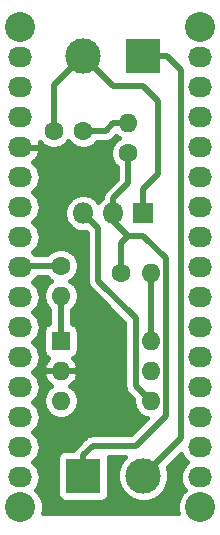
<source format=gbr>
G04 #@! TF.GenerationSoftware,KiCad,Pcbnew,(5.1.5)-3*
G04 #@! TF.CreationDate,2020-04-12T12:52:20+02:00*
G04 #@! TF.ProjectId,NanoIrrigator,4e616e6f-4972-4726-9967-61746f722e6b,0.1*
G04 #@! TF.SameCoordinates,Original*
G04 #@! TF.FileFunction,Copper,L2,Bot*
G04 #@! TF.FilePolarity,Positive*
%FSLAX46Y46*%
G04 Gerber Fmt 4.6, Leading zero omitted, Abs format (unit mm)*
G04 Created by KiCad (PCBNEW (5.1.5)-3) date 2020-04-12 12:52:20*
%MOMM*%
%LPD*%
G04 APERTURE LIST*
%ADD10O,1.800000X1.800000*%
%ADD11R,1.800000X1.800000*%
%ADD12O,1.600000X1.600000*%
%ADD13R,1.600000X1.600000*%
%ADD14C,1.600000*%
%ADD15O,2.032000X1.727200*%
%ADD16C,2.540000*%
%ADD17C,3.000000*%
%ADD18R,3.000000X3.000000*%
%ADD19C,0.500000*%
%ADD20C,0.400000*%
G04 APERTURE END LIST*
D10*
X144780000Y-84455000D03*
X147320000Y-84455000D03*
D11*
X149860000Y-84455000D03*
D12*
X150495000Y-95250000D03*
X142875000Y-100330000D03*
X150495000Y-97790000D03*
X142875000Y-97790000D03*
X150495000Y-100330000D03*
D13*
X142875000Y-95250000D03*
D14*
X148590000Y-79375000D03*
D12*
X148590000Y-76835000D03*
D14*
X147955000Y-89535000D03*
D12*
X150495000Y-89535000D03*
D14*
X142875000Y-88900000D03*
D12*
X142875000Y-91440000D03*
D15*
X139446000Y-71247000D03*
X139446000Y-73787000D03*
X139446000Y-76327000D03*
X139446000Y-78867000D03*
X139446000Y-81407000D03*
X139446000Y-83947000D03*
X139446000Y-86487000D03*
X139446000Y-89027000D03*
X139446000Y-91567000D03*
X139446000Y-94107000D03*
X139446000Y-96647000D03*
X139446000Y-99187000D03*
X139446000Y-101727000D03*
X139446000Y-104267000D03*
X139446000Y-106807000D03*
X154686000Y-71247000D03*
X154686000Y-73787000D03*
X154686000Y-76327000D03*
X154686000Y-78867000D03*
X154686000Y-81407000D03*
X154686000Y-83947000D03*
X154686000Y-86487000D03*
X154686000Y-89027000D03*
X154686000Y-91567000D03*
X154686000Y-94107000D03*
X154686000Y-96647000D03*
X154686000Y-99187000D03*
X154686000Y-101727000D03*
X154686000Y-104267000D03*
X154686000Y-106807000D03*
D16*
X139446000Y-68707000D03*
X139446000Y-109347000D03*
X154686000Y-109347000D03*
X154686000Y-68707000D03*
D14*
X142280000Y-77470000D03*
X144780000Y-77470000D03*
D17*
X149860000Y-106680000D03*
D18*
X144780000Y-106680000D03*
X149860000Y-71120000D03*
D17*
X144780000Y-71120000D03*
D19*
X142240000Y-88900000D02*
X139573000Y-88900000D01*
X142280000Y-73620000D02*
X144780000Y-71120000D01*
X142280000Y-77470000D02*
X142280000Y-73620000D01*
X149860000Y-82420000D02*
X151130000Y-81150000D01*
X149860000Y-83820000D02*
X149860000Y-82420000D01*
X147320000Y-73660000D02*
X144780000Y-71120000D01*
X151130000Y-74930000D02*
X149860000Y-73660000D01*
X151130000Y-81150000D02*
X151130000Y-74930000D01*
X149860000Y-73660000D02*
X147320000Y-73660000D01*
X144780000Y-77470000D02*
X146685000Y-77470000D01*
X147320000Y-76835000D02*
X148590000Y-76835000D01*
X146685000Y-77470000D02*
X147320000Y-76835000D01*
X146050000Y-85725000D02*
X144780000Y-84455000D01*
X146050000Y-90170000D02*
X146050000Y-85725000D01*
X150495000Y-100330000D02*
X149225000Y-99060000D01*
X149225000Y-93345000D02*
X146050000Y-90170000D01*
X149225000Y-99060000D02*
X149225000Y-93345000D01*
X147955000Y-86995000D02*
X147955000Y-89535000D01*
X148590000Y-86360000D02*
X147955000Y-86995000D01*
X144780000Y-104930000D02*
X144780000Y-106680000D01*
X145570000Y-104140000D02*
X144780000Y-104930000D01*
X149860000Y-86360000D02*
X151765000Y-88265000D01*
X148590000Y-86360000D02*
X149860000Y-86360000D01*
X151765000Y-88265000D02*
X151765000Y-101600000D01*
X151765000Y-101600000D02*
X149225000Y-104140000D01*
X149225000Y-104140000D02*
X145570000Y-104140000D01*
X148590000Y-86360000D02*
X147320000Y-85090000D01*
X148590000Y-79375000D02*
X148590000Y-81915000D01*
X147320000Y-83185000D02*
X147320000Y-84455000D01*
X148590000Y-81915000D02*
X147320000Y-83185000D01*
X142875000Y-95250000D02*
X142875000Y-91440000D01*
X150495000Y-92075000D02*
X150495000Y-89535000D01*
X150495000Y-95250000D02*
X150495000Y-92075000D01*
X151359999Y-105180001D02*
X149860000Y-106680000D01*
X153035000Y-103505000D02*
X151359999Y-105180001D01*
X153035000Y-72295000D02*
X153035000Y-103505000D01*
X149860000Y-71120000D02*
X151860000Y-71120000D01*
X151860000Y-71120000D02*
X153035000Y-72295000D01*
D20*
G36*
X147628706Y-78006340D02*
G01*
X147776360Y-78105000D01*
X147628706Y-78203660D01*
X147418660Y-78413706D01*
X147253627Y-78660694D01*
X147139951Y-78935132D01*
X147082000Y-79226475D01*
X147082000Y-79523525D01*
X147139951Y-79814868D01*
X147253627Y-80089306D01*
X147418660Y-80336294D01*
X147628706Y-80546340D01*
X147632000Y-80548541D01*
X147632001Y-81518183D01*
X146675873Y-82474311D01*
X146639314Y-82504314D01*
X146519598Y-82650189D01*
X146430641Y-82816617D01*
X146406036Y-82897729D01*
X146375862Y-82997199D01*
X146359549Y-83162828D01*
X146294960Y-83205985D01*
X146070985Y-83429960D01*
X146050000Y-83461366D01*
X146029015Y-83429960D01*
X145805040Y-83205985D01*
X145541673Y-83030009D01*
X145249036Y-82908795D01*
X144938374Y-82847000D01*
X144621626Y-82847000D01*
X144310964Y-82908795D01*
X144018327Y-83030009D01*
X143754960Y-83205985D01*
X143530985Y-83429960D01*
X143355009Y-83693327D01*
X143233795Y-83985964D01*
X143172000Y-84296626D01*
X143172000Y-84613374D01*
X143233795Y-84924036D01*
X143355009Y-85216673D01*
X143530985Y-85480040D01*
X143754960Y-85704015D01*
X144018327Y-85879991D01*
X144310964Y-86001205D01*
X144621626Y-86063000D01*
X144938374Y-86063000D01*
X145017454Y-86047270D01*
X145092001Y-86121817D01*
X145092000Y-90122940D01*
X145087365Y-90170000D01*
X145105862Y-90357800D01*
X145160641Y-90538383D01*
X145249598Y-90704811D01*
X145369314Y-90850686D01*
X145405873Y-90880689D01*
X148267001Y-93741817D01*
X148267000Y-99012940D01*
X148262365Y-99060000D01*
X148280862Y-99247800D01*
X148335641Y-99428383D01*
X148424598Y-99594811D01*
X148544314Y-99740686D01*
X148580873Y-99770689D01*
X148987773Y-100177589D01*
X148987000Y-100181475D01*
X148987000Y-100478525D01*
X149044951Y-100769868D01*
X149158627Y-101044306D01*
X149323660Y-101291294D01*
X149533706Y-101501340D01*
X149780694Y-101666373D01*
X150055132Y-101780049D01*
X150201100Y-101809084D01*
X148828184Y-103182000D01*
X145617059Y-103182000D01*
X145570000Y-103177365D01*
X145382199Y-103195862D01*
X145201616Y-103250641D01*
X145035189Y-103339598D01*
X144889314Y-103459314D01*
X144859315Y-103495868D01*
X144135873Y-104219311D01*
X144099314Y-104249314D01*
X143979598Y-104395189D01*
X143940373Y-104468575D01*
X143280000Y-104468575D01*
X143141208Y-104482245D01*
X143007749Y-104522729D01*
X142884753Y-104588472D01*
X142776947Y-104676947D01*
X142688472Y-104784753D01*
X142622729Y-104907749D01*
X142582245Y-105041208D01*
X142568575Y-105180000D01*
X142568575Y-108180000D01*
X142582245Y-108318792D01*
X142622729Y-108452251D01*
X142688472Y-108575247D01*
X142776947Y-108683053D01*
X142884753Y-108771528D01*
X143007749Y-108837271D01*
X143141208Y-108877755D01*
X143280000Y-108891425D01*
X146280000Y-108891425D01*
X146418792Y-108877755D01*
X146552251Y-108837271D01*
X146675247Y-108771528D01*
X146783053Y-108683053D01*
X146871528Y-108575247D01*
X146937271Y-108452251D01*
X146977755Y-108318792D01*
X146991425Y-108180000D01*
X146991425Y-105180000D01*
X146983349Y-105098000D01*
X148319416Y-105098000D01*
X148144934Y-105272482D01*
X147903295Y-105634120D01*
X147736852Y-106035950D01*
X147652000Y-106462531D01*
X147652000Y-106897469D01*
X147736852Y-107324050D01*
X147903295Y-107725880D01*
X148144934Y-108087518D01*
X148452482Y-108395066D01*
X148814120Y-108636705D01*
X149215950Y-108803148D01*
X149642531Y-108888000D01*
X150077469Y-108888000D01*
X150504050Y-108803148D01*
X150905880Y-108636705D01*
X151267518Y-108395066D01*
X151575066Y-108087518D01*
X151816705Y-107725880D01*
X151983148Y-107324050D01*
X152068000Y-106897469D01*
X152068000Y-106462531D01*
X151983148Y-106035950D01*
X151946747Y-105948070D01*
X152070683Y-105824134D01*
X152070688Y-105824128D01*
X153062707Y-104832109D01*
X153074606Y-104871335D01*
X153220540Y-105144359D01*
X153416934Y-105383666D01*
X153603772Y-105537000D01*
X153416934Y-105690334D01*
X153220540Y-105929641D01*
X153074606Y-106202665D01*
X152984740Y-106498913D01*
X152954396Y-106807000D01*
X152984740Y-107115087D01*
X153074606Y-107411335D01*
X153220540Y-107684359D01*
X153369643Y-107866042D01*
X153149587Y-108086098D01*
X152933119Y-108410066D01*
X152784013Y-108770039D01*
X152708000Y-109152184D01*
X152708000Y-109541816D01*
X152771092Y-109859000D01*
X141360908Y-109859000D01*
X141424000Y-109541816D01*
X141424000Y-109152184D01*
X141347987Y-108770039D01*
X141198881Y-108410066D01*
X140982413Y-108086098D01*
X140762357Y-107866042D01*
X140911460Y-107684359D01*
X141057394Y-107411335D01*
X141147260Y-107115087D01*
X141177604Y-106807000D01*
X141147260Y-106498913D01*
X141057394Y-106202665D01*
X140911460Y-105929641D01*
X140715066Y-105690334D01*
X140528228Y-105537000D01*
X140715066Y-105383666D01*
X140911460Y-105144359D01*
X141057394Y-104871335D01*
X141147260Y-104575087D01*
X141177604Y-104267000D01*
X141147260Y-103958913D01*
X141057394Y-103662665D01*
X140911460Y-103389641D01*
X140715066Y-103150334D01*
X140528228Y-102997000D01*
X140715066Y-102843666D01*
X140911460Y-102604359D01*
X141057394Y-102331335D01*
X141147260Y-102035087D01*
X141177604Y-101727000D01*
X141147260Y-101418913D01*
X141057394Y-101122665D01*
X140911460Y-100849641D01*
X140715066Y-100610334D01*
X140528228Y-100457000D01*
X140715066Y-100303666D01*
X140815345Y-100181475D01*
X141367000Y-100181475D01*
X141367000Y-100478525D01*
X141424951Y-100769868D01*
X141538627Y-101044306D01*
X141703660Y-101291294D01*
X141913706Y-101501340D01*
X142160694Y-101666373D01*
X142435132Y-101780049D01*
X142726475Y-101838000D01*
X143023525Y-101838000D01*
X143314868Y-101780049D01*
X143589306Y-101666373D01*
X143836294Y-101501340D01*
X144046340Y-101291294D01*
X144211373Y-101044306D01*
X144325049Y-100769868D01*
X144383000Y-100478525D01*
X144383000Y-100181475D01*
X144325049Y-99890132D01*
X144211373Y-99615694D01*
X144046340Y-99368706D01*
X143836294Y-99158660D01*
X143686347Y-99058468D01*
X143708465Y-99046744D01*
X143937629Y-98859995D01*
X144125957Y-98632127D01*
X144266211Y-98371896D01*
X144353002Y-98089303D01*
X144355031Y-98079087D01*
X144204904Y-97844000D01*
X142929000Y-97844000D01*
X142929000Y-97864000D01*
X142821000Y-97864000D01*
X142821000Y-97844000D01*
X141545096Y-97844000D01*
X141394969Y-98079087D01*
X141396998Y-98089303D01*
X141483789Y-98371896D01*
X141624043Y-98632127D01*
X141812371Y-98859995D01*
X142041535Y-99046744D01*
X142063653Y-99058468D01*
X141913706Y-99158660D01*
X141703660Y-99368706D01*
X141538627Y-99615694D01*
X141424951Y-99890132D01*
X141367000Y-100181475D01*
X140815345Y-100181475D01*
X140911460Y-100064359D01*
X141057394Y-99791335D01*
X141147260Y-99495087D01*
X141177604Y-99187000D01*
X141147260Y-98878913D01*
X141057394Y-98582665D01*
X140911460Y-98309641D01*
X140715066Y-98070334D01*
X140528228Y-97917000D01*
X140715066Y-97763666D01*
X140911460Y-97524359D01*
X141057394Y-97251335D01*
X141147260Y-96955087D01*
X141177604Y-96647000D01*
X141147260Y-96338913D01*
X141057394Y-96042665D01*
X140911460Y-95769641D01*
X140715066Y-95530334D01*
X140528228Y-95377000D01*
X140715066Y-95223666D01*
X140911460Y-94984359D01*
X141057394Y-94711335D01*
X141147260Y-94415087D01*
X141177604Y-94107000D01*
X141147260Y-93798913D01*
X141057394Y-93502665D01*
X140911460Y-93229641D01*
X140715066Y-92990334D01*
X140528228Y-92837000D01*
X140715066Y-92683666D01*
X140911460Y-92444359D01*
X141057394Y-92171335D01*
X141147260Y-91875087D01*
X141177604Y-91567000D01*
X141147260Y-91258913D01*
X141057394Y-90962665D01*
X140911460Y-90689641D01*
X140715066Y-90450334D01*
X140528228Y-90297000D01*
X140715066Y-90143666D01*
X140911460Y-89904359D01*
X140936239Y-89858000D01*
X141701459Y-89858000D01*
X141703660Y-89861294D01*
X141913706Y-90071340D01*
X142061360Y-90170000D01*
X141913706Y-90268660D01*
X141703660Y-90478706D01*
X141538627Y-90725694D01*
X141424951Y-91000132D01*
X141367000Y-91291475D01*
X141367000Y-91588525D01*
X141424951Y-91879868D01*
X141538627Y-92154306D01*
X141703660Y-92401294D01*
X141913706Y-92611340D01*
X141917001Y-92613541D01*
X141917000Y-93758072D01*
X141802749Y-93792729D01*
X141679753Y-93858472D01*
X141571947Y-93946947D01*
X141483472Y-94054753D01*
X141417729Y-94177749D01*
X141377245Y-94311208D01*
X141363575Y-94450000D01*
X141363575Y-96050000D01*
X141377245Y-96188792D01*
X141417729Y-96322251D01*
X141483472Y-96445247D01*
X141571947Y-96553053D01*
X141679753Y-96641528D01*
X141802749Y-96707271D01*
X141821148Y-96712852D01*
X141812371Y-96720005D01*
X141624043Y-96947873D01*
X141483789Y-97208104D01*
X141396998Y-97490697D01*
X141394969Y-97500913D01*
X141545096Y-97736000D01*
X142821000Y-97736000D01*
X142821000Y-97716000D01*
X142929000Y-97716000D01*
X142929000Y-97736000D01*
X144204904Y-97736000D01*
X144355031Y-97500913D01*
X144353002Y-97490697D01*
X144266211Y-97208104D01*
X144125957Y-96947873D01*
X143937629Y-96720005D01*
X143928852Y-96712852D01*
X143947251Y-96707271D01*
X144070247Y-96641528D01*
X144178053Y-96553053D01*
X144266528Y-96445247D01*
X144332271Y-96322251D01*
X144372755Y-96188792D01*
X144386425Y-96050000D01*
X144386425Y-94450000D01*
X144372755Y-94311208D01*
X144332271Y-94177749D01*
X144266528Y-94054753D01*
X144178053Y-93946947D01*
X144070247Y-93858472D01*
X143947251Y-93792729D01*
X143833000Y-93758072D01*
X143833000Y-92613541D01*
X143836294Y-92611340D01*
X144046340Y-92401294D01*
X144211373Y-92154306D01*
X144325049Y-91879868D01*
X144383000Y-91588525D01*
X144383000Y-91291475D01*
X144325049Y-91000132D01*
X144211373Y-90725694D01*
X144046340Y-90478706D01*
X143836294Y-90268660D01*
X143688640Y-90170000D01*
X143836294Y-90071340D01*
X144046340Y-89861294D01*
X144211373Y-89614306D01*
X144325049Y-89339868D01*
X144383000Y-89048525D01*
X144383000Y-88751475D01*
X144325049Y-88460132D01*
X144211373Y-88185694D01*
X144046340Y-87938706D01*
X143836294Y-87728660D01*
X143589306Y-87563627D01*
X143314868Y-87449951D01*
X143023525Y-87392000D01*
X142726475Y-87392000D01*
X142435132Y-87449951D01*
X142160694Y-87563627D01*
X141913706Y-87728660D01*
X141703660Y-87938706D01*
X141701459Y-87942000D01*
X140741054Y-87942000D01*
X140715066Y-87910334D01*
X140528228Y-87757000D01*
X140715066Y-87603666D01*
X140911460Y-87364359D01*
X141057394Y-87091335D01*
X141147260Y-86795087D01*
X141177604Y-86487000D01*
X141147260Y-86178913D01*
X141057394Y-85882665D01*
X140911460Y-85609641D01*
X140715066Y-85370334D01*
X140528228Y-85217000D01*
X140715066Y-85063666D01*
X140911460Y-84824359D01*
X141057394Y-84551335D01*
X141147260Y-84255087D01*
X141177604Y-83947000D01*
X141147260Y-83638913D01*
X141057394Y-83342665D01*
X140911460Y-83069641D01*
X140715066Y-82830334D01*
X140528228Y-82677000D01*
X140715066Y-82523666D01*
X140911460Y-82284359D01*
X141057394Y-82011335D01*
X141147260Y-81715087D01*
X141177604Y-81407000D01*
X141147260Y-81098913D01*
X141057394Y-80802665D01*
X140911460Y-80529641D01*
X140715066Y-80290334D01*
X140526087Y-80135243D01*
X140747872Y-79940106D01*
X140935138Y-79695236D01*
X141071034Y-79418537D01*
X141141287Y-79166042D01*
X140991954Y-78921000D01*
X139500000Y-78921000D01*
X139500000Y-78941000D01*
X139392000Y-78941000D01*
X139392000Y-78921000D01*
X139372000Y-78921000D01*
X139372000Y-78813000D01*
X139392000Y-78813000D01*
X139392000Y-78793000D01*
X139500000Y-78793000D01*
X139500000Y-78813000D01*
X140991954Y-78813000D01*
X141141287Y-78567958D01*
X141099411Y-78417452D01*
X141108660Y-78431294D01*
X141318706Y-78641340D01*
X141565694Y-78806373D01*
X141840132Y-78920049D01*
X142131475Y-78978000D01*
X142428525Y-78978000D01*
X142719868Y-78920049D01*
X142994306Y-78806373D01*
X143241294Y-78641340D01*
X143451340Y-78431294D01*
X143530000Y-78313572D01*
X143608660Y-78431294D01*
X143818706Y-78641340D01*
X144065694Y-78806373D01*
X144340132Y-78920049D01*
X144631475Y-78978000D01*
X144928525Y-78978000D01*
X145219868Y-78920049D01*
X145494306Y-78806373D01*
X145741294Y-78641340D01*
X145951340Y-78431294D01*
X145953541Y-78428000D01*
X146637941Y-78428000D01*
X146685000Y-78432635D01*
X146732059Y-78428000D01*
X146872801Y-78414138D01*
X147053384Y-78359359D01*
X147219811Y-78270402D01*
X147365686Y-78150686D01*
X147395689Y-78114127D01*
X147566091Y-77943725D01*
X147628706Y-78006340D01*
G37*
X147628706Y-78006340D02*
X147776360Y-78105000D01*
X147628706Y-78203660D01*
X147418660Y-78413706D01*
X147253627Y-78660694D01*
X147139951Y-78935132D01*
X147082000Y-79226475D01*
X147082000Y-79523525D01*
X147139951Y-79814868D01*
X147253627Y-80089306D01*
X147418660Y-80336294D01*
X147628706Y-80546340D01*
X147632000Y-80548541D01*
X147632001Y-81518183D01*
X146675873Y-82474311D01*
X146639314Y-82504314D01*
X146519598Y-82650189D01*
X146430641Y-82816617D01*
X146406036Y-82897729D01*
X146375862Y-82997199D01*
X146359549Y-83162828D01*
X146294960Y-83205985D01*
X146070985Y-83429960D01*
X146050000Y-83461366D01*
X146029015Y-83429960D01*
X145805040Y-83205985D01*
X145541673Y-83030009D01*
X145249036Y-82908795D01*
X144938374Y-82847000D01*
X144621626Y-82847000D01*
X144310964Y-82908795D01*
X144018327Y-83030009D01*
X143754960Y-83205985D01*
X143530985Y-83429960D01*
X143355009Y-83693327D01*
X143233795Y-83985964D01*
X143172000Y-84296626D01*
X143172000Y-84613374D01*
X143233795Y-84924036D01*
X143355009Y-85216673D01*
X143530985Y-85480040D01*
X143754960Y-85704015D01*
X144018327Y-85879991D01*
X144310964Y-86001205D01*
X144621626Y-86063000D01*
X144938374Y-86063000D01*
X145017454Y-86047270D01*
X145092001Y-86121817D01*
X145092000Y-90122940D01*
X145087365Y-90170000D01*
X145105862Y-90357800D01*
X145160641Y-90538383D01*
X145249598Y-90704811D01*
X145369314Y-90850686D01*
X145405873Y-90880689D01*
X148267001Y-93741817D01*
X148267000Y-99012940D01*
X148262365Y-99060000D01*
X148280862Y-99247800D01*
X148335641Y-99428383D01*
X148424598Y-99594811D01*
X148544314Y-99740686D01*
X148580873Y-99770689D01*
X148987773Y-100177589D01*
X148987000Y-100181475D01*
X148987000Y-100478525D01*
X149044951Y-100769868D01*
X149158627Y-101044306D01*
X149323660Y-101291294D01*
X149533706Y-101501340D01*
X149780694Y-101666373D01*
X150055132Y-101780049D01*
X150201100Y-101809084D01*
X148828184Y-103182000D01*
X145617059Y-103182000D01*
X145570000Y-103177365D01*
X145382199Y-103195862D01*
X145201616Y-103250641D01*
X145035189Y-103339598D01*
X144889314Y-103459314D01*
X144859315Y-103495868D01*
X144135873Y-104219311D01*
X144099314Y-104249314D01*
X143979598Y-104395189D01*
X143940373Y-104468575D01*
X143280000Y-104468575D01*
X143141208Y-104482245D01*
X143007749Y-104522729D01*
X142884753Y-104588472D01*
X142776947Y-104676947D01*
X142688472Y-104784753D01*
X142622729Y-104907749D01*
X142582245Y-105041208D01*
X142568575Y-105180000D01*
X142568575Y-108180000D01*
X142582245Y-108318792D01*
X142622729Y-108452251D01*
X142688472Y-108575247D01*
X142776947Y-108683053D01*
X142884753Y-108771528D01*
X143007749Y-108837271D01*
X143141208Y-108877755D01*
X143280000Y-108891425D01*
X146280000Y-108891425D01*
X146418792Y-108877755D01*
X146552251Y-108837271D01*
X146675247Y-108771528D01*
X146783053Y-108683053D01*
X146871528Y-108575247D01*
X146937271Y-108452251D01*
X146977755Y-108318792D01*
X146991425Y-108180000D01*
X146991425Y-105180000D01*
X146983349Y-105098000D01*
X148319416Y-105098000D01*
X148144934Y-105272482D01*
X147903295Y-105634120D01*
X147736852Y-106035950D01*
X147652000Y-106462531D01*
X147652000Y-106897469D01*
X147736852Y-107324050D01*
X147903295Y-107725880D01*
X148144934Y-108087518D01*
X148452482Y-108395066D01*
X148814120Y-108636705D01*
X149215950Y-108803148D01*
X149642531Y-108888000D01*
X150077469Y-108888000D01*
X150504050Y-108803148D01*
X150905880Y-108636705D01*
X151267518Y-108395066D01*
X151575066Y-108087518D01*
X151816705Y-107725880D01*
X151983148Y-107324050D01*
X152068000Y-106897469D01*
X152068000Y-106462531D01*
X151983148Y-106035950D01*
X151946747Y-105948070D01*
X152070683Y-105824134D01*
X152070688Y-105824128D01*
X153062707Y-104832109D01*
X153074606Y-104871335D01*
X153220540Y-105144359D01*
X153416934Y-105383666D01*
X153603772Y-105537000D01*
X153416934Y-105690334D01*
X153220540Y-105929641D01*
X153074606Y-106202665D01*
X152984740Y-106498913D01*
X152954396Y-106807000D01*
X152984740Y-107115087D01*
X153074606Y-107411335D01*
X153220540Y-107684359D01*
X153369643Y-107866042D01*
X153149587Y-108086098D01*
X152933119Y-108410066D01*
X152784013Y-108770039D01*
X152708000Y-109152184D01*
X152708000Y-109541816D01*
X152771092Y-109859000D01*
X141360908Y-109859000D01*
X141424000Y-109541816D01*
X141424000Y-109152184D01*
X141347987Y-108770039D01*
X141198881Y-108410066D01*
X140982413Y-108086098D01*
X140762357Y-107866042D01*
X140911460Y-107684359D01*
X141057394Y-107411335D01*
X141147260Y-107115087D01*
X141177604Y-106807000D01*
X141147260Y-106498913D01*
X141057394Y-106202665D01*
X140911460Y-105929641D01*
X140715066Y-105690334D01*
X140528228Y-105537000D01*
X140715066Y-105383666D01*
X140911460Y-105144359D01*
X141057394Y-104871335D01*
X141147260Y-104575087D01*
X141177604Y-104267000D01*
X141147260Y-103958913D01*
X141057394Y-103662665D01*
X140911460Y-103389641D01*
X140715066Y-103150334D01*
X140528228Y-102997000D01*
X140715066Y-102843666D01*
X140911460Y-102604359D01*
X141057394Y-102331335D01*
X141147260Y-102035087D01*
X141177604Y-101727000D01*
X141147260Y-101418913D01*
X141057394Y-101122665D01*
X140911460Y-100849641D01*
X140715066Y-100610334D01*
X140528228Y-100457000D01*
X140715066Y-100303666D01*
X140815345Y-100181475D01*
X141367000Y-100181475D01*
X141367000Y-100478525D01*
X141424951Y-100769868D01*
X141538627Y-101044306D01*
X141703660Y-101291294D01*
X141913706Y-101501340D01*
X142160694Y-101666373D01*
X142435132Y-101780049D01*
X142726475Y-101838000D01*
X143023525Y-101838000D01*
X143314868Y-101780049D01*
X143589306Y-101666373D01*
X143836294Y-101501340D01*
X144046340Y-101291294D01*
X144211373Y-101044306D01*
X144325049Y-100769868D01*
X144383000Y-100478525D01*
X144383000Y-100181475D01*
X144325049Y-99890132D01*
X144211373Y-99615694D01*
X144046340Y-99368706D01*
X143836294Y-99158660D01*
X143686347Y-99058468D01*
X143708465Y-99046744D01*
X143937629Y-98859995D01*
X144125957Y-98632127D01*
X144266211Y-98371896D01*
X144353002Y-98089303D01*
X144355031Y-98079087D01*
X144204904Y-97844000D01*
X142929000Y-97844000D01*
X142929000Y-97864000D01*
X142821000Y-97864000D01*
X142821000Y-97844000D01*
X141545096Y-97844000D01*
X141394969Y-98079087D01*
X141396998Y-98089303D01*
X141483789Y-98371896D01*
X141624043Y-98632127D01*
X141812371Y-98859995D01*
X142041535Y-99046744D01*
X142063653Y-99058468D01*
X141913706Y-99158660D01*
X141703660Y-99368706D01*
X141538627Y-99615694D01*
X141424951Y-99890132D01*
X141367000Y-100181475D01*
X140815345Y-100181475D01*
X140911460Y-100064359D01*
X141057394Y-99791335D01*
X141147260Y-99495087D01*
X141177604Y-99187000D01*
X141147260Y-98878913D01*
X141057394Y-98582665D01*
X140911460Y-98309641D01*
X140715066Y-98070334D01*
X140528228Y-97917000D01*
X140715066Y-97763666D01*
X140911460Y-97524359D01*
X141057394Y-97251335D01*
X141147260Y-96955087D01*
X141177604Y-96647000D01*
X141147260Y-96338913D01*
X141057394Y-96042665D01*
X140911460Y-95769641D01*
X140715066Y-95530334D01*
X140528228Y-95377000D01*
X140715066Y-95223666D01*
X140911460Y-94984359D01*
X141057394Y-94711335D01*
X141147260Y-94415087D01*
X141177604Y-94107000D01*
X141147260Y-93798913D01*
X141057394Y-93502665D01*
X140911460Y-93229641D01*
X140715066Y-92990334D01*
X140528228Y-92837000D01*
X140715066Y-92683666D01*
X140911460Y-92444359D01*
X141057394Y-92171335D01*
X141147260Y-91875087D01*
X141177604Y-91567000D01*
X141147260Y-91258913D01*
X141057394Y-90962665D01*
X140911460Y-90689641D01*
X140715066Y-90450334D01*
X140528228Y-90297000D01*
X140715066Y-90143666D01*
X140911460Y-89904359D01*
X140936239Y-89858000D01*
X141701459Y-89858000D01*
X141703660Y-89861294D01*
X141913706Y-90071340D01*
X142061360Y-90170000D01*
X141913706Y-90268660D01*
X141703660Y-90478706D01*
X141538627Y-90725694D01*
X141424951Y-91000132D01*
X141367000Y-91291475D01*
X141367000Y-91588525D01*
X141424951Y-91879868D01*
X141538627Y-92154306D01*
X141703660Y-92401294D01*
X141913706Y-92611340D01*
X141917001Y-92613541D01*
X141917000Y-93758072D01*
X141802749Y-93792729D01*
X141679753Y-93858472D01*
X141571947Y-93946947D01*
X141483472Y-94054753D01*
X141417729Y-94177749D01*
X141377245Y-94311208D01*
X141363575Y-94450000D01*
X141363575Y-96050000D01*
X141377245Y-96188792D01*
X141417729Y-96322251D01*
X141483472Y-96445247D01*
X141571947Y-96553053D01*
X141679753Y-96641528D01*
X141802749Y-96707271D01*
X141821148Y-96712852D01*
X141812371Y-96720005D01*
X141624043Y-96947873D01*
X141483789Y-97208104D01*
X141396998Y-97490697D01*
X141394969Y-97500913D01*
X141545096Y-97736000D01*
X142821000Y-97736000D01*
X142821000Y-97716000D01*
X142929000Y-97716000D01*
X142929000Y-97736000D01*
X144204904Y-97736000D01*
X144355031Y-97500913D01*
X144353002Y-97490697D01*
X144266211Y-97208104D01*
X144125957Y-96947873D01*
X143937629Y-96720005D01*
X143928852Y-96712852D01*
X143947251Y-96707271D01*
X144070247Y-96641528D01*
X144178053Y-96553053D01*
X144266528Y-96445247D01*
X144332271Y-96322251D01*
X144372755Y-96188792D01*
X144386425Y-96050000D01*
X144386425Y-94450000D01*
X144372755Y-94311208D01*
X144332271Y-94177749D01*
X144266528Y-94054753D01*
X144178053Y-93946947D01*
X144070247Y-93858472D01*
X143947251Y-93792729D01*
X143833000Y-93758072D01*
X143833000Y-92613541D01*
X143836294Y-92611340D01*
X144046340Y-92401294D01*
X144211373Y-92154306D01*
X144325049Y-91879868D01*
X144383000Y-91588525D01*
X144383000Y-91291475D01*
X144325049Y-91000132D01*
X144211373Y-90725694D01*
X144046340Y-90478706D01*
X143836294Y-90268660D01*
X143688640Y-90170000D01*
X143836294Y-90071340D01*
X144046340Y-89861294D01*
X144211373Y-89614306D01*
X144325049Y-89339868D01*
X144383000Y-89048525D01*
X144383000Y-88751475D01*
X144325049Y-88460132D01*
X144211373Y-88185694D01*
X144046340Y-87938706D01*
X143836294Y-87728660D01*
X143589306Y-87563627D01*
X143314868Y-87449951D01*
X143023525Y-87392000D01*
X142726475Y-87392000D01*
X142435132Y-87449951D01*
X142160694Y-87563627D01*
X141913706Y-87728660D01*
X141703660Y-87938706D01*
X141701459Y-87942000D01*
X140741054Y-87942000D01*
X140715066Y-87910334D01*
X140528228Y-87757000D01*
X140715066Y-87603666D01*
X140911460Y-87364359D01*
X141057394Y-87091335D01*
X141147260Y-86795087D01*
X141177604Y-86487000D01*
X141147260Y-86178913D01*
X141057394Y-85882665D01*
X140911460Y-85609641D01*
X140715066Y-85370334D01*
X140528228Y-85217000D01*
X140715066Y-85063666D01*
X140911460Y-84824359D01*
X141057394Y-84551335D01*
X141147260Y-84255087D01*
X141177604Y-83947000D01*
X141147260Y-83638913D01*
X141057394Y-83342665D01*
X140911460Y-83069641D01*
X140715066Y-82830334D01*
X140528228Y-82677000D01*
X140715066Y-82523666D01*
X140911460Y-82284359D01*
X141057394Y-82011335D01*
X141147260Y-81715087D01*
X141177604Y-81407000D01*
X141147260Y-81098913D01*
X141057394Y-80802665D01*
X140911460Y-80529641D01*
X140715066Y-80290334D01*
X140526087Y-80135243D01*
X140747872Y-79940106D01*
X140935138Y-79695236D01*
X141071034Y-79418537D01*
X141141287Y-79166042D01*
X140991954Y-78921000D01*
X139500000Y-78921000D01*
X139500000Y-78941000D01*
X139392000Y-78941000D01*
X139392000Y-78921000D01*
X139372000Y-78921000D01*
X139372000Y-78813000D01*
X139392000Y-78813000D01*
X139392000Y-78793000D01*
X139500000Y-78793000D01*
X139500000Y-78813000D01*
X140991954Y-78813000D01*
X141141287Y-78567958D01*
X141099411Y-78417452D01*
X141108660Y-78431294D01*
X141318706Y-78641340D01*
X141565694Y-78806373D01*
X141840132Y-78920049D01*
X142131475Y-78978000D01*
X142428525Y-78978000D01*
X142719868Y-78920049D01*
X142994306Y-78806373D01*
X143241294Y-78641340D01*
X143451340Y-78431294D01*
X143530000Y-78313572D01*
X143608660Y-78431294D01*
X143818706Y-78641340D01*
X144065694Y-78806373D01*
X144340132Y-78920049D01*
X144631475Y-78978000D01*
X144928525Y-78978000D01*
X145219868Y-78920049D01*
X145494306Y-78806373D01*
X145741294Y-78641340D01*
X145951340Y-78431294D01*
X145953541Y-78428000D01*
X146637941Y-78428000D01*
X146685000Y-78432635D01*
X146732059Y-78428000D01*
X146872801Y-78414138D01*
X147053384Y-78359359D01*
X147219811Y-78270402D01*
X147365686Y-78150686D01*
X147395689Y-78114127D01*
X147566091Y-77943725D01*
X147628706Y-78006340D01*
M02*

</source>
